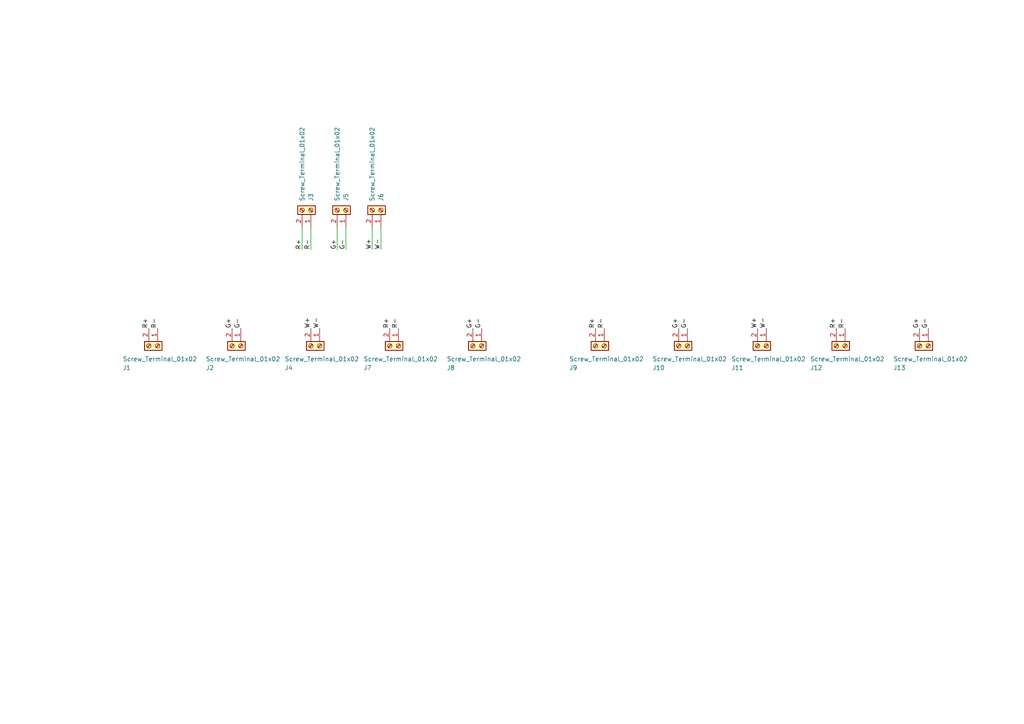
<source format=kicad_sch>
(kicad_sch (version 20211123) (generator eeschema)
  (paper "A4")
  (lib_symbols
    (symbol "Connector:Screw_Terminal_01x02" (pin_names (offset 1.016) hide)
      (property "Reference" "J" (at 0 2.54 0))
      (property "Value" "Screw_Terminal_01x02" (at 0 -5.08 0))
      (symbol "Screw_Terminal_01x02_1_1"
        (rectangle (start -1.27 1.27) (end 1.27 -3.81) (stroke (width 0.254)) (fill (type background)))
        (circle (center 0 -2.54) (radius 0.635) (stroke (width 0.1524)))
        (polyline (pts (xy -0.5334 -2.2098) (xy 0.3302 -3.048)) (stroke (width 0.1524)))
        (polyline (pts (xy -0.5334 0.3302) (xy 0.3302 -0.508)) (stroke (width 0.1524)))
        (polyline (pts (xy -0.3556 -2.032) (xy 0.508 -2.8702)) (stroke (width 0.1524)))
        (polyline (pts (xy -0.3556 0.508) (xy 0.508 -0.3302)) (stroke (width 0.1524)))
        (circle (center 0 0) (radius 0.635) (stroke (width 0.1524)))
        (pin passive line (at -5.08 0 0) (length 3.81) (name "Pin_1") (number "1"))
        (pin passive line (at -5.08 -2.54 0) (length 3.81) (name "Pin_2") (number "2"))
      )
    )
  )
  (wire (pts (xy 107.95 66.04) (xy 107.95 72.39)))
  (wire (pts (xy 100.33 66.04) (xy 100.33 72.39)))
  (wire (pts (xy 97.79 66.04) (xy 97.79 72.39)))
  (wire (pts (xy 90.17 66.04) (xy 90.17 72.39)))
  (wire (pts (xy 87.63 66.04) (xy 87.63 72.39)))
  (wire (pts (xy 110.49 66.04) (xy 110.49 72.39)))
  (label "G+" (at 196.85 95.25 90))
  (label "G-" (at 199.39 95.25 90))
  (label "W+" (at 219.71 95.25 90))
  (label "G+" (at 266.7 95.25 90))
  (label "W+" (at 107.95 72.39 90))
  (label "G-" (at 69.85 95.25 90))
  (label "R+" (at 242.57 95.25 90))
  (label "R+" (at 43.18 95.25 90))
  (label "R-" (at 175.26 95.25 90))
  (label "R+" (at 172.72 95.25 90))
  (label "R+" (at 87.63 72.39 90))
  (label "G-" (at 139.7 95.25 90))
  (label "G+" (at 67.31 95.25 90))
  (label "G+" (at 137.16 95.25 90))
  (label "W-" (at 92.71 95.25 90))
  (label "R-" (at 90.17 72.39 90))
  (label "W-" (at 222.25 95.25 90))
  (label "R-" (at 45.72 95.25 90))
  (label "G-" (at 100.33 72.39 90))
  (label "R-" (at 115.57 95.25 90))
  (label "G+" (at 97.79 72.39 90))
  (label "R+" (at 113.03 95.25 90))
  (label "G-" (at 269.24 95.25 90))
  (label "R-" (at 245.11 95.25 90))
  (label "W+" (at 90.17 95.25 90))
  (label "W-" (at 110.49 72.39 90))
  (symbol (lib_id "Connector:Screw_Terminal_01x02") (at 69.85 100.33 270) (unit 1)
    (property "Reference" "J2" (at 59.69 106.68 90) (effects (justify left)))
    (property "Value" "Screw_Terminal_01x02" (at 59.69 104.14 90) (effects (justify left)))
    (property "Footprint" "Connector_PinHeader_2.54mm:PinHeader_1x02_P2.54mm_Vertical" (effects hide))
  )
  (symbol (lib_id "Connector:Screw_Terminal_01x02") (at 90.17 60.96 270) (mirror x) (unit 1)
    (property "Reference" "J3" (at 90.1701 58.42 0) (effects (justify left)))
    (property "Value" "Screw_Terminal_01x02" (at 87.6301 58.42 0) (effects (justify left)))
    (property "Footprint" "Connector_PinHeader_2.54mm:PinHeader_1x02_P2.54mm_Vertical" (effects hide))
  )
  (symbol (lib_id "Connector:Screw_Terminal_01x02") (at 245.11 100.33 270) (unit 1)
    (property "Reference" "J12" (at 234.95 106.68 90) (effects (justify left)))
    (property "Value" "Screw_Terminal_01x02" (at 234.95 104.14 90) (effects (justify left)))
    (property "Footprint" "Connector_PinHeader_2.54mm:PinHeader_1x02_P2.54mm_Vertical" (effects hide))
  )
  (symbol (lib_id "Connector:Screw_Terminal_01x02") (at 199.39 100.33 270) (unit 1)
    (property "Reference" "J10" (at 189.23 106.68 90) (effects (justify left)))
    (property "Value" "Screw_Terminal_01x02" (at 189.23 104.14 90) (effects (justify left)))
    (property "Footprint" "Connector_PinHeader_2.54mm:PinHeader_1x02_P2.54mm_Vertical" (effects hide))
  )
  (symbol (lib_id "Connector:Screw_Terminal_01x02") (at 45.72 100.33 270) (unit 1)
    (property "Reference" "J1" (at 35.56 106.68 90) (effects (justify left)))
    (property "Value" "Screw_Terminal_01x02" (at 35.56 104.14 90) (effects (justify left)))
    (property "Footprint" "Connector_PinHeader_2.54mm:PinHeader_1x02_P2.54mm_Vertical" (effects hide))
  )
  (symbol (lib_id "Connector:Screw_Terminal_01x02") (at 222.25 100.33 270) (unit 1)
    (property "Reference" "J11" (at 212.09 106.68 90) (effects (justify left)))
    (property "Value" "Screw_Terminal_01x02" (at 212.09 104.14 90) (effects (justify left)))
    (property "Footprint" "Connector_PinHeader_2.54mm:PinHeader_1x02_P2.54mm_Vertical" (effects hide))
  )
  (symbol (lib_id "Connector:Screw_Terminal_01x02") (at 115.57 100.33 270) (unit 1)
    (property "Reference" "J7" (at 105.41 106.68 90) (effects (justify left)))
    (property "Value" "Screw_Terminal_01x02" (at 105.41 104.14 90) (effects (justify left)))
    (property "Footprint" "Connector_PinHeader_2.54mm:PinHeader_1x02_P2.54mm_Vertical" (effects hide))
  )
  (symbol (lib_id "Connector:Screw_Terminal_01x02") (at 139.7 100.33 270) (unit 1)
    (property "Reference" "J8" (at 129.54 106.68 90) (effects (justify left)))
    (property "Value" "Screw_Terminal_01x02" (at 129.54 104.14 90) (effects (justify left)))
    (property "Footprint" "Connector_PinHeader_2.54mm:PinHeader_1x02_P2.54mm_Vertical" (effects hide))
  )
  (symbol (lib_id "Connector:Screw_Terminal_01x02") (at 100.33 60.96 270) (mirror x) (unit 1)
    (property "Reference" "J5" (at 100.3301 58.42 0) (effects (justify left)))
    (property "Value" "Screw_Terminal_01x02" (at 97.7901 58.42 0) (effects (justify left)))
    (property "Footprint" "Connector_PinHeader_2.54mm:PinHeader_1x02_P2.54mm_Vertical" (effects hide))
  )
  (symbol (lib_id "Connector:Screw_Terminal_01x02") (at 110.49 60.96 270) (mirror x) (unit 1)
    (property "Reference" "J6" (at 110.4901 58.42 0) (effects (justify left)))
    (property "Value" "Screw_Terminal_01x02" (at 107.9501 58.42 0) (effects (justify left)))
    (property "Footprint" "Connector_PinHeader_2.54mm:PinHeader_1x02_P2.54mm_Vertical" (effects hide))
  )
  (symbol (lib_id "Connector:Screw_Terminal_01x02") (at 175.26 100.33 270) (unit 1)
    (property "Reference" "J9" (at 165.1 106.68 90) (effects (justify left)))
    (property "Value" "Screw_Terminal_01x02" (at 165.1 104.14 90) (effects (justify left)))
    (property "Footprint" "Connector_PinHeader_2.54mm:PinHeader_1x02_P2.54mm_Vertical" (effects hide))
  )
  (symbol (lib_id "Connector:Screw_Terminal_01x02") (at 92.71 100.33 270) (unit 1)
    (property "Reference" "J4" (at 82.55 106.68 90) (effects (justify left)))
    (property "Value" "Screw_Terminal_01x02" (at 82.55 104.14 90) (effects (justify left)))
    (property "Footprint" "Connector_PinHeader_2.54mm:PinHeader_1x02_P2.54mm_Vertical" (effects hide))
  )
  (symbol (lib_id "Connector:Screw_Terminal_01x02") (at 269.24 100.33 270) (unit 1)
    (property "Reference" "J13" (at 259.08 106.68 90) (effects (justify left)))
    (property "Value" "Screw_Terminal_01x02" (at 259.08 104.14 90) (effects (justify left)))
    (property "Footprint" "Connector_PinHeader_2.54mm:PinHeader_1x02_P2.54mm_Vertical" (effects hide))
  )
)
</source>
